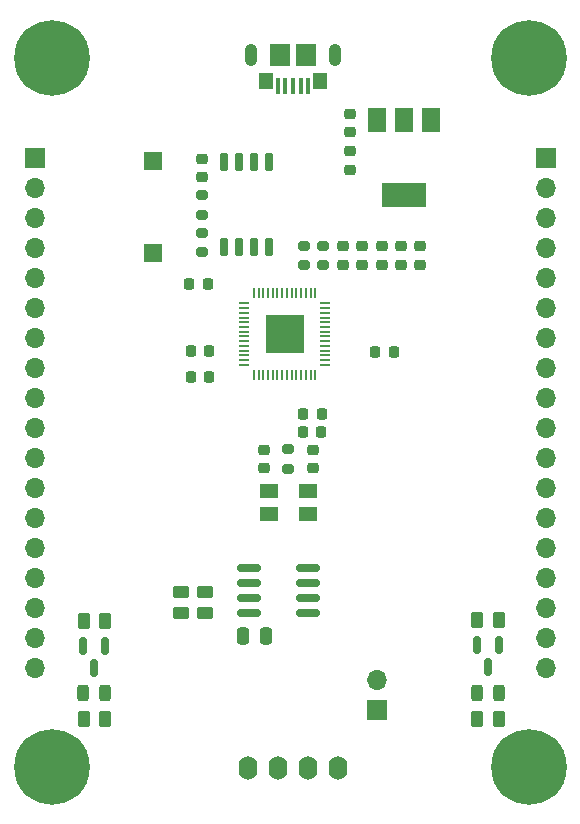
<source format=gbr>
%TF.GenerationSoftware,KiCad,Pcbnew,7.0.2*%
%TF.CreationDate,2023-07-03T13:26:32+03:00*%
%TF.ProjectId,rp2040,72703230-3430-42e6-9b69-6361645f7063,rev?*%
%TF.SameCoordinates,Original*%
%TF.FileFunction,Soldermask,Top*%
%TF.FilePolarity,Negative*%
%FSLAX46Y46*%
G04 Gerber Fmt 4.6, Leading zero omitted, Abs format (unit mm)*
G04 Created by KiCad (PCBNEW 7.0.2) date 2023-07-03 13:26:32*
%MOMM*%
%LPD*%
G01*
G04 APERTURE LIST*
G04 Aperture macros list*
%AMRoundRect*
0 Rectangle with rounded corners*
0 $1 Rounding radius*
0 $2 $3 $4 $5 $6 $7 $8 $9 X,Y pos of 4 corners*
0 Add a 4 corners polygon primitive as box body*
4,1,4,$2,$3,$4,$5,$6,$7,$8,$9,$2,$3,0*
0 Add four circle primitives for the rounded corners*
1,1,$1+$1,$2,$3*
1,1,$1+$1,$4,$5*
1,1,$1+$1,$6,$7*
1,1,$1+$1,$8,$9*
0 Add four rect primitives between the rounded corners*
20,1,$1+$1,$2,$3,$4,$5,0*
20,1,$1+$1,$4,$5,$6,$7,0*
20,1,$1+$1,$6,$7,$8,$9,0*
20,1,$1+$1,$8,$9,$2,$3,0*%
G04 Aperture macros list end*
%ADD10RoundRect,0.150000X0.825000X0.150000X-0.825000X0.150000X-0.825000X-0.150000X0.825000X-0.150000X0*%
%ADD11C,0.800000*%
%ADD12C,6.400000*%
%ADD13RoundRect,0.225000X0.250000X-0.225000X0.250000X0.225000X-0.250000X0.225000X-0.250000X-0.225000X0*%
%ADD14R,1.700000X1.700000*%
%ADD15O,1.700000X1.700000*%
%ADD16O,1.600000X2.000000*%
%ADD17RoundRect,0.243750X0.243750X0.456250X-0.243750X0.456250X-0.243750X-0.456250X0.243750X-0.456250X0*%
%ADD18RoundRect,0.200000X-0.275000X0.200000X-0.275000X-0.200000X0.275000X-0.200000X0.275000X0.200000X0*%
%ADD19RoundRect,0.250000X0.250000X0.475000X-0.250000X0.475000X-0.250000X-0.475000X0.250000X-0.475000X0*%
%ADD20RoundRect,0.225000X0.225000X0.250000X-0.225000X0.250000X-0.225000X-0.250000X0.225000X-0.250000X0*%
%ADD21RoundRect,0.225000X-0.250000X0.225000X-0.250000X-0.225000X0.250000X-0.225000X0.250000X0.225000X0*%
%ADD22RoundRect,0.250000X0.450000X-0.262500X0.450000X0.262500X-0.450000X0.262500X-0.450000X-0.262500X0*%
%ADD23RoundRect,0.050000X-0.387500X-0.050000X0.387500X-0.050000X0.387500X0.050000X-0.387500X0.050000X0*%
%ADD24RoundRect,0.050000X-0.050000X-0.387500X0.050000X-0.387500X0.050000X0.387500X-0.050000X0.387500X0*%
%ADD25R,3.200000X3.200000*%
%ADD26RoundRect,0.150000X0.150000X-0.650000X0.150000X0.650000X-0.150000X0.650000X-0.150000X-0.650000X0*%
%ADD27RoundRect,0.225000X-0.225000X-0.250000X0.225000X-0.250000X0.225000X0.250000X-0.225000X0.250000X0*%
%ADD28R,1.500000X2.000000*%
%ADD29R,3.800000X2.000000*%
%ADD30R,0.400000X1.400000*%
%ADD31O,1.050000X1.900000*%
%ADD32R,1.150000X1.450000*%
%ADD33R,1.750000X1.900000*%
%ADD34R,1.500000X1.500000*%
%ADD35RoundRect,0.150000X-0.150000X0.587500X-0.150000X-0.587500X0.150000X-0.587500X0.150000X0.587500X0*%
%ADD36RoundRect,0.200000X0.275000X-0.200000X0.275000X0.200000X-0.275000X0.200000X-0.275000X-0.200000X0*%
%ADD37RoundRect,0.250000X-0.262500X-0.450000X0.262500X-0.450000X0.262500X0.450000X-0.262500X0.450000X0*%
%ADD38RoundRect,0.250000X0.262500X0.450000X-0.262500X0.450000X-0.262500X-0.450000X0.262500X-0.450000X0*%
%ADD39R,1.600000X1.300000*%
G04 APERTURE END LIST*
D10*
%TO.C,U1*%
X144015000Y-115725000D03*
X144015000Y-114455000D03*
X144015000Y-113185000D03*
X144015000Y-111915000D03*
X139065000Y-111915000D03*
X139065000Y-113185000D03*
X139065000Y-114455000D03*
X139065000Y-115725000D03*
%TD*%
D11*
%TO.C,H4*%
X119920000Y-128731944D03*
X120622944Y-127034888D03*
X120622944Y-130429000D03*
X122320000Y-126331944D03*
D12*
X122320000Y-128731944D03*
D11*
X122320000Y-131131944D03*
X124017056Y-127034888D03*
X124017056Y-130429000D03*
X124720000Y-128731944D03*
%TD*%
D13*
%TO.C,C17*%
X147600000Y-78180000D03*
X147600000Y-76630000D03*
%TD*%
D14*
%TO.C,J2*%
X120920000Y-77216000D03*
D15*
X120920000Y-79756000D03*
X120920000Y-82296000D03*
X120920000Y-84836000D03*
X120920000Y-87376000D03*
X120920000Y-89916000D03*
X120920000Y-92456000D03*
X120920000Y-94996000D03*
X120920000Y-97536000D03*
X120920000Y-100076000D03*
X120920000Y-102616000D03*
X120920000Y-105156000D03*
X120920000Y-107696000D03*
X120920000Y-110236000D03*
X120920000Y-112776000D03*
X120920000Y-115316000D03*
X120920000Y-117856000D03*
X120920000Y-120396000D03*
%TD*%
D16*
%TO.C,U5*%
X146600000Y-128837000D03*
X144060000Y-128837000D03*
X141520000Y-128837000D03*
X138980000Y-128837000D03*
%TD*%
D17*
%TO.C,D1*%
X160179000Y-122482000D03*
X158304000Y-122482000D03*
%TD*%
D14*
%TO.C,J4*%
X164140000Y-77216000D03*
D15*
X164140000Y-79756000D03*
X164140000Y-82296000D03*
X164140000Y-84836000D03*
X164140000Y-87376000D03*
X164140000Y-89916000D03*
X164140000Y-92456000D03*
X164140000Y-94996000D03*
X164140000Y-97536000D03*
X164140000Y-100076000D03*
X164140000Y-102616000D03*
X164140000Y-105156000D03*
X164140000Y-107696000D03*
X164140000Y-110236000D03*
X164140000Y-112776000D03*
X164140000Y-115316000D03*
X164140000Y-117856000D03*
X164140000Y-120396000D03*
%TD*%
D18*
%TO.C,R2*%
X145330500Y-84646000D03*
X145330500Y-86296000D03*
%TD*%
D14*
%TO.C,J3*%
X149860000Y-123952000D03*
D15*
X149860000Y-121412000D03*
%TD*%
D18*
%TO.C,R11*%
X142370000Y-101855000D03*
X142370000Y-103505000D03*
%TD*%
D13*
%TO.C,C7*%
X153543000Y-86246000D03*
X153543000Y-84696000D03*
%TD*%
D19*
%TO.C,C1*%
X140460000Y-117690000D03*
X138560000Y-117690000D03*
%TD*%
D20*
%TO.C,C8*%
X135522000Y-87884000D03*
X133972000Y-87884000D03*
%TD*%
D11*
%TO.C,H1*%
X119920000Y-68707000D03*
X120622944Y-67009944D03*
X120622944Y-70404056D03*
X122320000Y-66307000D03*
D12*
X122320000Y-68707000D03*
D11*
X122320000Y-71107000D03*
X124017056Y-67009944D03*
X124017056Y-70404056D03*
X124720000Y-68707000D03*
%TD*%
D21*
%TO.C,C14*%
X144440000Y-101905000D03*
X144440000Y-103455000D03*
%TD*%
D13*
%TO.C,C3*%
X146973000Y-86246000D03*
X146973000Y-84696000D03*
%TD*%
D20*
%TO.C,C9*%
X135645000Y-93550000D03*
X134095000Y-93550000D03*
%TD*%
D22*
%TO.C,R3*%
X133290000Y-115742500D03*
X133290000Y-113917500D03*
%TD*%
D23*
%TO.C,U2*%
X138605000Y-89510000D03*
X138605000Y-89910000D03*
X138605000Y-90310000D03*
X138605000Y-90710000D03*
X138605000Y-91110000D03*
X138605000Y-91510000D03*
X138605000Y-91910000D03*
X138605000Y-92310000D03*
X138605000Y-92710000D03*
X138605000Y-93110000D03*
X138605000Y-93510000D03*
X138605000Y-93910000D03*
X138605000Y-94310000D03*
X138605000Y-94710000D03*
D24*
X139442500Y-95547500D03*
X139842500Y-95547500D03*
X140242500Y-95547500D03*
X140642500Y-95547500D03*
X141042500Y-95547500D03*
X141442500Y-95547500D03*
X141842500Y-95547500D03*
X142242500Y-95547500D03*
X142642500Y-95547500D03*
X143042500Y-95547500D03*
X143442500Y-95547500D03*
X143842500Y-95547500D03*
X144242500Y-95547500D03*
X144642500Y-95547500D03*
D23*
X145480000Y-94710000D03*
X145480000Y-94310000D03*
X145480000Y-93910000D03*
X145480000Y-93510000D03*
X145480000Y-93110000D03*
X145480000Y-92710000D03*
X145480000Y-92310000D03*
X145480000Y-91910000D03*
X145480000Y-91510000D03*
X145480000Y-91110000D03*
X145480000Y-90710000D03*
X145480000Y-90310000D03*
X145480000Y-89910000D03*
X145480000Y-89510000D03*
D24*
X144642500Y-88672500D03*
X144242500Y-88672500D03*
X143842500Y-88672500D03*
X143442500Y-88672500D03*
X143042500Y-88672500D03*
X142642500Y-88672500D03*
X142242500Y-88672500D03*
X141842500Y-88672500D03*
X141442500Y-88672500D03*
X141042500Y-88672500D03*
X140642500Y-88672500D03*
X140242500Y-88672500D03*
X139842500Y-88672500D03*
X139442500Y-88672500D03*
D25*
X142042500Y-92110000D03*
%TD*%
D26*
%TO.C,U3*%
X136895000Y-84770000D03*
X138165000Y-84770000D03*
X139435000Y-84770000D03*
X140705000Y-84770000D03*
X140705000Y-77570000D03*
X139435000Y-77570000D03*
X138165000Y-77570000D03*
X136895000Y-77570000D03*
%TD*%
D27*
%TO.C,C10*%
X134099000Y-95758000D03*
X135649000Y-95758000D03*
%TD*%
D22*
%TO.C,R4*%
X135340000Y-115742500D03*
X135340000Y-113917500D03*
%TD*%
D28*
%TO.C,U4*%
X154460000Y-74010000D03*
X152160000Y-74010000D03*
D29*
X152160000Y-80310000D03*
D28*
X149860000Y-74010000D03*
%TD*%
D30*
%TO.C,J1*%
X144048000Y-71120000D03*
X143398000Y-71120000D03*
X142748000Y-71120000D03*
X142098000Y-71120000D03*
X141448000Y-71120000D03*
D31*
X146323000Y-68470000D03*
D32*
X145068000Y-70700000D03*
D33*
X143873000Y-68470000D03*
X141623000Y-68470000D03*
D32*
X140428000Y-70700000D03*
D31*
X139173000Y-68470000D03*
%TD*%
D34*
%TO.C,SW1*%
X130890000Y-77450000D03*
X130890000Y-85250000D03*
%TD*%
D13*
%TO.C,C13*%
X140300000Y-103455000D03*
X140300000Y-101905000D03*
%TD*%
D35*
%TO.C,Q1*%
X160211500Y-118439500D03*
X158311500Y-118439500D03*
X159261500Y-120314500D03*
%TD*%
%TO.C,Q2*%
X126868000Y-118491000D03*
X124968000Y-118491000D03*
X125918000Y-120366000D03*
%TD*%
D11*
%TO.C,H2*%
X160340000Y-68707000D03*
X161042944Y-67009944D03*
X161042944Y-70404056D03*
X162740000Y-66307000D03*
D12*
X162740000Y-68707000D03*
D11*
X162740000Y-71107000D03*
X164437056Y-67009944D03*
X164437056Y-70404056D03*
X165140000Y-68707000D03*
%TD*%
D13*
%TO.C,C6*%
X151900500Y-86246000D03*
X151900500Y-84696000D03*
%TD*%
D36*
%TO.C,R10*%
X135060000Y-82025000D03*
X135060000Y-80375000D03*
%TD*%
D18*
%TO.C,R1*%
X143688000Y-84646000D03*
X143688000Y-86296000D03*
%TD*%
D27*
%TO.C,C12*%
X143615000Y-100370000D03*
X145165000Y-100370000D03*
%TD*%
%TO.C,C11*%
X149720000Y-93599000D03*
X151270000Y-93599000D03*
%TD*%
D17*
%TO.C,D2*%
X126835500Y-122533500D03*
X124960500Y-122533500D03*
%TD*%
D21*
%TO.C,C15*%
X147600000Y-73475000D03*
X147600000Y-75025000D03*
%TD*%
%TO.C,C16*%
X135060000Y-77270000D03*
X135060000Y-78820000D03*
%TD*%
D37*
%TO.C,R6*%
X158369000Y-124664500D03*
X160194000Y-124664500D03*
%TD*%
D27*
%TO.C,C2*%
X143625000Y-98890000D03*
X145175000Y-98890000D03*
%TD*%
D38*
%TO.C,R8*%
X126850500Y-116383500D03*
X125025500Y-116383500D03*
%TD*%
D13*
%TO.C,C5*%
X150258000Y-86246000D03*
X150258000Y-84696000D03*
%TD*%
D38*
%TO.C,R5*%
X160194000Y-116332000D03*
X158369000Y-116332000D03*
%TD*%
D39*
%TO.C,Y1*%
X144030000Y-105385000D03*
X140730000Y-105385000D03*
X140730000Y-107385000D03*
X144030000Y-107385000D03*
%TD*%
D11*
%TO.C,H3*%
X160340000Y-128731944D03*
X161042944Y-127034888D03*
X161042944Y-130429000D03*
X162740000Y-126331944D03*
D12*
X162740000Y-128731944D03*
D11*
X162740000Y-131131944D03*
X164437056Y-127034888D03*
X164437056Y-130429000D03*
X165140000Y-128731944D03*
%TD*%
D36*
%TO.C,R7*%
X135060000Y-85180000D03*
X135060000Y-83530000D03*
%TD*%
D37*
%TO.C,R9*%
X125025500Y-124716000D03*
X126850500Y-124716000D03*
%TD*%
D13*
%TO.C,C4*%
X148615500Y-86246000D03*
X148615500Y-84696000D03*
%TD*%
M02*

</source>
